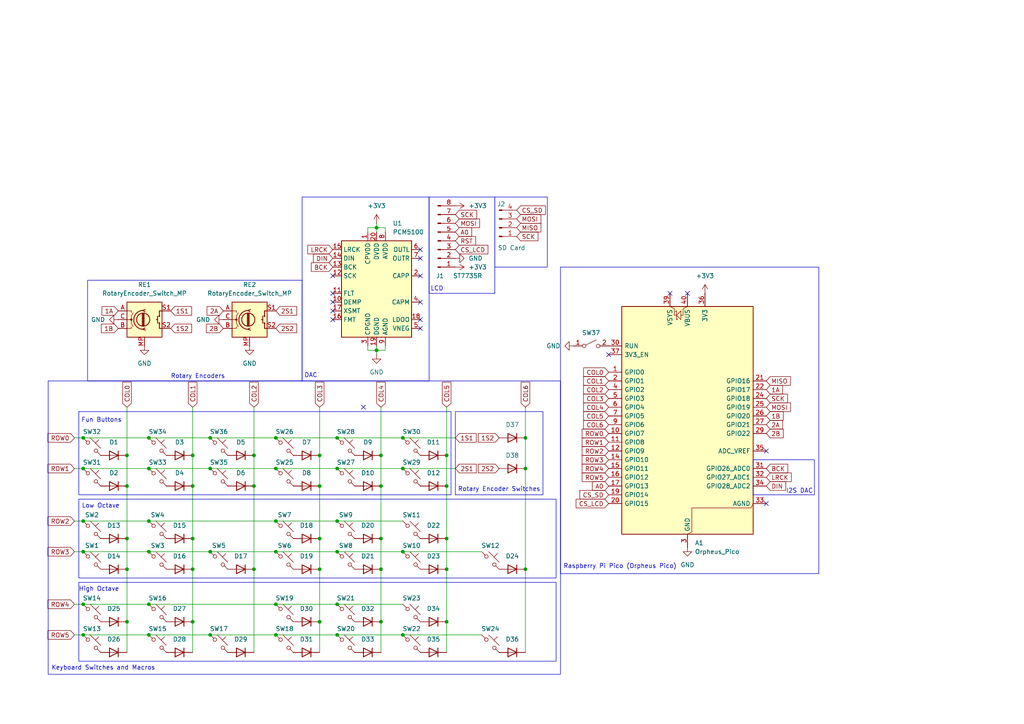
<source format=kicad_sch>
(kicad_sch (version 20250114) (generator "eeschema") (generator_version "9.0")
  (paper "A4")
  (rectangle (start 22.86 119.38) (end 130.81 143.51))
  (rectangle (start 132.08 119.38) (end 157.48 143.51))
  (rectangle (start 218.44 133.35) (end 236.22 143.51))
  (rectangle (start 143.51 57.15) (end 158.75 77.47))
  (rectangle (start 87.63 57.15) (end 124.46 110.49))
  (rectangle (start 124.46 57.15) (end 143.51 85.09))
  (rectangle (start 13.97 110.49) (end 162.56 195.58))
  (rectangle (start 22.86 144.78) (end 161.29 167.64))
  (rectangle (start 22.86 168.91) (end 161.29 191.77))
  (rectangle (start 162.56 77.47) (end 237.49 166.37))
  (rectangle (start 25.4 81.28) (end 87.63 110.49))
  (text "DAC" (at 90.17 108.966 0) (effects (font (size 1.27 1.27))))
  (text "Rotary Encoders" (at 57.404 109.22 0) (effects (font (size 1.27 1.27))))
  (text "Low Octave" (at 29.21 146.812 0) (effects (font (size 1.27 1.27))))
  (text "High Octave" (at 28.702 170.942 0) (effects (font (size 1.27 1.27))))
  (text "Rotary Encoder Switches" (at 144.78 141.986 0) (effects (font (size 1.27 1.27))))
  (text "I2S DAC" (at 231.902 142.494 0) (effects (font (size 1.27 1.27))))
  (text "LCD" (at 126.746 83.82 0) (effects (font (size 1.27 1.27))))
  (text "Raspberry Pi Pico (Orpheus Pico)" (at 179.832 164.338 0) (effects (font (size 1.27 1.27))))
  (text "Fun Buttons" (at 29.464 121.92 0) (effects (font (size 1.27 1.27))))
  (text "Keyboard Switches and Macros" (at 29.972 193.802 0) (effects (font (size 1.27 1.27))))
  (junction (at 55.88 156.21))
  (junction (at 80.01 151.13))
  (junction (at 43.18 160.02))
  (junction (at 43.18 184.15))
  (junction (at 43.18 135.89))
  (junction (at 129.54 165.1))
  (junction (at 55.88 132.08))
  (junction (at 80.01 160.02))
  (junction (at 110.49 165.1))
  (junction (at 73.66 132.08))
  (junction (at 110.49 132.08))
  (junction (at 73.66 165.1))
  (junction (at 116.84 127))
  (junction (at 55.88 165.1))
  (junction (at 97.79 135.89))
  (junction (at 36.83 156.21))
  (junction (at 36.83 165.1))
  (junction (at 152.4 127))
  (junction (at 110.49 180.34))
  (junction (at 60.96 184.15))
  (junction (at 129.54 180.34))
  (junction (at 80.01 135.89))
  (junction (at 24.13 127))
  (junction (at 80.01 127))
  (junction (at 109.22 101.6))
  (junction (at 92.71 180.34))
  (junction (at 43.18 127))
  (junction (at 152.4 165.1))
  (junction (at 92.71 140.97))
  (junction (at 43.18 151.13))
  (junction (at 152.4 135.89))
  (junction (at 92.71 132.08))
  (junction (at 129.54 140.97))
  (junction (at 97.79 160.02))
  (junction (at 43.18 175.26))
  (junction (at 36.83 180.34))
  (junction (at 24.13 135.89))
  (junction (at 60.96 127))
  (junction (at 110.49 156.21))
  (junction (at 116.84 135.89))
  (junction (at 24.13 151.13))
  (junction (at 129.54 132.08))
  (junction (at 80.01 184.15))
  (junction (at 97.79 184.15))
  (junction (at 116.84 184.15))
  (junction (at 97.79 175.26))
  (junction (at 24.13 184.15))
  (junction (at 110.49 140.97))
  (junction (at 55.88 180.34))
  (junction (at 73.66 140.97))
  (junction (at 129.54 156.21))
  (junction (at 80.01 175.26))
  (junction (at 55.88 140.97))
  (junction (at 36.83 140.97))
  (junction (at 60.96 135.89))
  (junction (at 92.71 156.21))
  (junction (at 92.71 165.1))
  (junction (at 24.13 175.26))
  (junction (at 60.96 160.02))
  (junction (at 109.22 66.04))
  (junction (at 36.83 132.08))
  (junction (at 97.79 151.13))
  (junction (at 24.13 160.02))
  (junction (at 116.84 160.02))
  (junction (at 97.79 127))
  (no_connect (at 96.52 80.01))
  (no_connect (at 96.52 85.09))
  (no_connect (at 121.92 72.39))
  (no_connect (at 96.52 87.63))
  (no_connect (at 121.92 95.25))
  (no_connect (at 105.41 118.11))
  (no_connect (at 176.53 102.87))
  (no_connect (at 121.92 74.93))
  (no_connect (at 194.31 85.09))
  (no_connect (at 121.92 80.01))
  (no_connect (at 96.52 90.17))
  (no_connect (at 121.92 87.63))
  (no_connect (at 222.25 146.05))
  (no_connect (at 199.39 85.09))
  (no_connect (at 121.92 92.71))
  (no_connect (at 222.25 130.81))
  (no_connect (at 96.52 92.71))
  (wire (pts (xy 80.01 175.26) (xy 97.79 175.26)))
  (wire (pts (xy 109.22 101.6) (xy 111.76 101.6)))
  (wire (pts (xy 21.59 135.89) (xy 24.13 135.89)))
  (wire (pts (xy 80.01 160.02) (xy 97.79 160.02)))
  (wire (pts (xy 55.88 156.21) (xy 55.88 165.1)))
  (wire (pts (xy 106.68 101.6) (xy 109.22 101.6)))
  (wire (pts (xy 80.01 184.15) (xy 97.79 184.15)))
  (wire (pts (xy 129.54 180.34) (xy 129.54 189.23)))
  (wire (pts (xy 21.59 151.13) (xy 24.13 151.13)))
  (wire (pts (xy 73.66 165.1) (xy 73.66 189.23)))
  (wire (pts (xy 152.4 165.1) (xy 152.4 189.23)))
  (wire (pts (xy 55.88 165.1) (xy 55.88 180.34)))
  (wire (pts (xy 110.49 140.97) (xy 110.49 156.21)))
  (wire (pts (xy 92.71 118.11) (xy 92.71 132.08)))
  (wire (pts (xy 92.71 180.34) (xy 92.71 189.23)))
  (wire (pts (xy 111.76 100.33) (xy 111.76 101.6)))
  (wire (pts (xy 106.68 100.33) (xy 106.68 101.6)))
  (wire (pts (xy 152.4 135.89) (xy 152.4 165.1)))
  (wire (pts (xy 36.83 132.08) (xy 36.83 140.97)))
  (wire (pts (xy 129.54 118.11) (xy 129.54 132.08)))
  (wire (pts (xy 116.84 184.15) (xy 139.7 184.15)))
  (wire (pts (xy 97.79 135.89) (xy 116.84 135.89)))
  (wire (pts (xy 60.96 135.89) (xy 80.01 135.89)))
  (wire (pts (xy 55.88 140.97) (xy 55.88 156.21)))
  (wire (pts (xy 36.83 140.97) (xy 36.83 156.21)))
  (wire (pts (xy 97.79 151.13) (xy 116.84 151.13)))
  (wire (pts (xy 24.13 184.15) (xy 43.18 184.15)))
  (wire (pts (xy 21.59 160.02) (xy 24.13 160.02)))
  (wire (pts (xy 43.18 151.13) (xy 80.01 151.13)))
  (wire (pts (xy 36.83 165.1) (xy 36.83 180.34)))
  (wire (pts (xy 24.13 135.89) (xy 43.18 135.89)))
  (wire (pts (xy 129.54 156.21) (xy 129.54 165.1)))
  (wire (pts (xy 116.84 160.02) (xy 139.7 160.02)))
  (wire (pts (xy 110.49 165.1) (xy 110.49 180.34)))
  (wire (pts (xy 111.76 66.04) (xy 111.76 67.31)))
  (wire (pts (xy 24.13 175.26) (xy 43.18 175.26)))
  (wire (pts (xy 60.96 127) (xy 80.01 127)))
  (wire (pts (xy 109.22 64.77) (xy 109.22 66.04)))
  (wire (pts (xy 97.79 175.26) (xy 116.84 175.26)))
  (wire (pts (xy 21.59 127) (xy 24.13 127)))
  (wire (pts (xy 73.66 132.08) (xy 73.66 140.97)))
  (wire (pts (xy 92.71 140.97) (xy 92.71 156.21)))
  (wire (pts (xy 129.54 165.1) (xy 129.54 180.34)))
  (wire (pts (xy 43.18 175.26) (xy 80.01 175.26)))
  (wire (pts (xy 73.66 118.11) (xy 73.66 132.08)))
  (wire (pts (xy 109.22 66.04) (xy 109.22 67.31)))
  (wire (pts (xy 106.68 66.04) (xy 106.68 67.31)))
  (wire (pts (xy 97.79 160.02) (xy 116.84 160.02)))
  (wire (pts (xy 129.54 132.08) (xy 129.54 140.97)))
  (wire (pts (xy 110.49 180.34) (xy 110.49 189.23)))
  (wire (pts (xy 60.96 160.02) (xy 80.01 160.02)))
  (wire (pts (xy 129.54 140.97) (xy 129.54 156.21)))
  (wire (pts (xy 43.18 135.89) (xy 60.96 135.89)))
  (wire (pts (xy 24.13 151.13) (xy 43.18 151.13)))
  (wire (pts (xy 80.01 135.89) (xy 97.79 135.89)))
  (wire (pts (xy 73.66 140.97) (xy 73.66 165.1)))
  (wire (pts (xy 110.49 132.08) (xy 110.49 140.97)))
  (wire (pts (xy 110.49 118.11) (xy 110.49 132.08)))
  (wire (pts (xy 80.01 127) (xy 97.79 127)))
  (wire (pts (xy 109.22 101.6) (xy 109.22 102.87)))
  (wire (pts (xy 43.18 184.15) (xy 60.96 184.15)))
  (wire (pts (xy 55.88 118.11) (xy 55.88 132.08)))
  (wire (pts (xy 21.59 184.15) (xy 24.13 184.15)))
  (wire (pts (xy 43.18 160.02) (xy 60.96 160.02)))
  (wire (pts (xy 97.79 127) (xy 116.84 127)))
  (wire (pts (xy 60.96 184.15) (xy 80.01 184.15)))
  (wire (pts (xy 21.59 175.26) (xy 24.13 175.26)))
  (wire (pts (xy 110.49 156.21) (xy 110.49 165.1)))
  (wire (pts (xy 55.88 180.34) (xy 55.88 189.23)))
  (wire (pts (xy 43.18 127) (xy 60.96 127)))
  (wire (pts (xy 152.4 118.11) (xy 152.4 127)))
  (wire (pts (xy 109.22 100.33) (xy 109.22 101.6)))
  (wire (pts (xy 24.13 127) (xy 43.18 127)))
  (wire (pts (xy 92.71 165.1) (xy 92.71 180.34)))
  (wire (pts (xy 36.83 118.11) (xy 36.83 132.08)))
  (wire (pts (xy 116.84 135.89) (xy 132.08 135.89)))
  (wire (pts (xy 152.4 127) (xy 152.4 135.89)))
  (wire (pts (xy 109.22 66.04) (xy 111.76 66.04)))
  (wire (pts (xy 97.79 184.15) (xy 116.84 184.15)))
  (wire (pts (xy 55.88 132.08) (xy 55.88 140.97)))
  (wire (pts (xy 80.01 151.13) (xy 97.79 151.13)))
  (wire (pts (xy 24.13 160.02) (xy 43.18 160.02)))
  (wire (pts (xy 92.71 132.08) (xy 92.71 140.97)))
  (wire (pts (xy 106.68 66.04) (xy 109.22 66.04)))
  (wire (pts (xy 36.83 156.21) (xy 36.83 165.1)))
  (wire (pts (xy 116.84 127) (xy 132.08 127)))
  (wire (pts (xy 92.71 156.21) (xy 92.71 165.1)))
  (wire (pts (xy 36.83 180.34) (xy 36.83 189.23)))
  (global_label "CS_LCD" (shape input) (at 132.08 72.39 0) (property "Intersheetrefs" "${INTERSHEET_REFS}" (effects (hide yes))))
  (global_label "ROW0" (shape input) (at 176.53 125.73 180) (property "Intersheetrefs" "${INTERSHEET_REFS}" (effects (hide yes))))
  (global_label "COL0" (shape input) (at 36.83 118.11 90) (property "Intersheetrefs" "${INTERSHEET_REFS}" (effects (hide yes))))
  (global_label "COL4" (shape input) (at 176.53 118.11 180) (property "Intersheetrefs" "${INTERSHEET_REFS}" (effects (hide yes))))
  (global_label "A0" (shape input) (at 132.08 67.31 0) (property "Intersheetrefs" "${INTERSHEET_REFS}" (effects (hide yes))))
  (global_label "COL1" (shape input) (at 176.53 110.49 180) (property "Intersheetrefs" "${INTERSHEET_REFS}" (effects (hide yes))))
  (global_label "2A" (shape input) (at 222.25 123.19 0) (property "Intersheetrefs" "${INTERSHEET_REFS}" (effects (hide yes))))
  (global_label "CS_SD" (shape input) (at 149.86 60.96 0) (property "Intersheetrefs" "${INTERSHEET_REFS}" (effects (hide yes))))
  (global_label "1B" (shape input) (at 34.29 95.25 180) (property "Intersheetrefs" "${INTERSHEET_REFS}" (effects (hide yes))))
  (global_label "2S2" (shape input) (at 144.78 135.89 180) (property "Intersheetrefs" "${INTERSHEET_REFS}" (effects (hide yes))))
  (global_label "SCK" (shape input) (at 149.86 68.58 0) (property "Intersheetrefs" "${INTERSHEET_REFS}" (effects (hide yes))))
  (global_label "SCK" (shape input) (at 132.08 62.23 0) (property "Intersheetrefs" "${INTERSHEET_REFS}" (effects (hide yes))))
  (global_label "2S1" (shape input) (at 132.08 135.89 0) (property "Intersheetrefs" "${INTERSHEET_REFS}" (effects (hide yes))))
  (global_label "LRCK" (shape input) (at 222.25 138.43 0) (property "Intersheetrefs" "${INTERSHEET_REFS}" (effects (hide yes))))
  (global_label "RST" (shape input) (at 132.08 69.85 0) (property "Intersheetrefs" "${INTERSHEET_REFS}" (effects (hide yes))))
  (global_label "ROW5" (shape input) (at 176.53 138.43 180) (property "Intersheetrefs" "${INTERSHEET_REFS}" (effects (hide yes))))
  (global_label "BCK" (shape input) (at 222.25 135.89 0) (property "Intersheetrefs" "${INTERSHEET_REFS}" (effects (hide yes))))
  (global_label "1S1" (shape input) (at 49.53 90.17 0) (property "Intersheetrefs" "${INTERSHEET_REFS}" (effects (hide yes))))
  (global_label "1S2" (shape input) (at 144.78 127 180) (property "Intersheetrefs" "${INTERSHEET_REFS}" (effects (hide yes))))
  (global_label "LRCK" (shape input) (at 96.52 72.39 180) (property "Intersheetrefs" "${INTERSHEET_REFS}" (effects (hide yes))))
  (global_label "2S2" (shape input) (at 80.01 95.25 0) (property "Intersheetrefs" "${INTERSHEET_REFS}" (effects (hide yes))))
  (global_label "ROW3" (shape input) (at 176.53 133.35 180) (property "Intersheetrefs" "${INTERSHEET_REFS}" (effects (hide yes))))
  (global_label "DIN" (shape input) (at 96.52 74.93 180) (property "Intersheetrefs" "${INTERSHEET_REFS}" (effects (hide yes))))
  (global_label "2B" (shape input) (at 222.25 125.73 0) (property "Intersheetrefs" "${INTERSHEET_REFS}" (effects (hide yes))))
  (global_label "COL6" (shape input) (at 176.53 123.19 180) (property "Intersheetrefs" "${INTERSHEET_REFS}" (effects (hide yes))))
  (global_label "ROW5" (shape input) (at 21.59 184.15 180) (property "Intersheetrefs" "${INTERSHEET_REFS}" (effects (hide yes))))
  (global_label "MOSI" (shape input) (at 132.08 64.77 0) (property "Intersheetrefs" "${INTERSHEET_REFS}" (effects (hide yes))))
  (global_label "COL4" (shape input) (at 110.49 118.11 90) (property "Intersheetrefs" "${INTERSHEET_REFS}" (effects (hide yes))))
  (global_label "MOSI" (shape input) (at 149.86 63.5 0) (property "Intersheetrefs" "${INTERSHEET_REFS}" (effects (hide yes))))
  (global_label "MOSI" (shape input) (at 222.25 118.11 0) (property "Intersheetrefs" "${INTERSHEET_REFS}" (effects (hide yes))))
  (global_label "A0" (shape input) (at 176.53 140.97 180) (property "Intersheetrefs" "${INTERSHEET_REFS}" (effects (hide yes))))
  (global_label "2B" (shape input) (at 64.77 95.25 180) (property "Intersheetrefs" "${INTERSHEET_REFS}" (effects (hide yes))))
  (global_label "BCK" (shape input) (at 96.52 77.47 180) (property "Intersheetrefs" "${INTERSHEET_REFS}" (effects (hide yes))))
  (global_label "DIN" (shape input) (at 222.25 140.97 0) (property "Intersheetrefs" "${INTERSHEET_REFS}" (effects (hide yes))))
  (global_label "MISO" (shape input) (at 149.86 66.04 0) (property "Intersheetrefs" "${INTERSHEET_REFS}" (effects (hide yes))))
  (global_label "1B" (shape input) (at 222.25 120.65 0) (property "Intersheetrefs" "${INTERSHEET_REFS}" (effects (hide yes))))
  (global_label "2A" (shape input) (at 64.77 90.17 180) (property "Intersheetrefs" "${INTERSHEET_REFS}" (effects (hide yes))))
  (global_label "1A" (shape input) (at 222.25 113.03 0) (property "Intersheetrefs" "${INTERSHEET_REFS}" (effects (hide yes))))
  (global_label "ROW2" (shape input) (at 21.59 151.13 180) (property "Intersheetrefs" "${INTERSHEET_REFS}" (effects (hide yes))))
  (global_label "1S1" (shape input) (at 132.08 127 0) (property "Intersheetrefs" "${INTERSHEET_REFS}" (effects (hide yes))))
  (global_label "MISO" (shape input) (at 222.25 110.49 0) (property "Intersheetrefs" "${INTERSHEET_REFS}" (effects (hide yes))))
  (global_label "1A" (shape input) (at 34.29 90.17 180) (property "Intersheetrefs" "${INTERSHEET_REFS}" (effects (hide yes))))
  (global_label "1S2" (shape input) (at 49.53 95.25 0) (property "Intersheetrefs" "${INTERSHEET_REFS}" (effects (hide yes))))
  (global_label "COL5" (shape input) (at 129.54 118.11 90) (property "Intersheetrefs" "${INTERSHEET_REFS}" (effects (hide yes))))
  (global_label "CS_SD" (shape input) (at 176.53 143.51 180) (property "Intersheetrefs" "${INTERSHEET_REFS}" (effects (hide yes))))
  (global_label "ROW1" (shape input) (at 176.53 128.27 180) (property "Intersheetrefs" "${INTERSHEET_REFS}" (effects (hide yes))))
  (global_label "COL3" (shape input) (at 92.71 118.11 90) (property "Intersheetrefs" "${INTERSHEET_REFS}" (effects (hide yes))))
  (global_label "COL5" (shape input) (at 176.53 120.65 180) (property "Intersheetrefs" "${INTERSHEET_REFS}" (effects (hide yes))))
  (global_label "SCK" (shape input) (at 222.25 115.57 0) (property "Intersheetrefs" "${INTERSHEET_REFS}" (effects (hide yes))))
  (global_label "ROW3" (shape input) (at 21.59 160.02 180) (property "Intersheetrefs" "${INTERSHEET_REFS}" (effects (hide yes))))
  (global_label "ROW4" (shape input) (at 176.53 135.89 180) (property "Intersheetrefs" "${INTERSHEET_REFS}" (effects (hide yes))))
  (global_label "ROW0" (shape input) (at 21.59 127 180) (property "Intersheetrefs" "${INTERSHEET_REFS}" (effects (hide yes))))
  (global_label "CS_LCD" (shape input) (at 176.53 146.05 180) (property "Intersheetrefs" "${INTERSHEET_REFS}" (effects (hide yes))))
  (global_label "ROW2" (shape input) (at 176.53 130.81 180) (property "Intersheetrefs" "${INTERSHEET_REFS}" (effects (hide yes))))
  (global_label "ROW1" (shape input) (at 21.59 135.89 180) (property "Intersheetrefs" "${INTERSHEET_REFS}" (effects (hide yes))))
  (global_label "COL2" (shape input) (at 176.53 113.03 180) (property "Intersheetrefs" "${INTERSHEET_REFS}" (effects (hide yes))))
  (global_label "COL2" (shape input) (at 73.66 118.11 90) (property "Intersheetrefs" "${INTERSHEET_REFS}" (effects (hide yes))))
  (global_label "2S1" (shape input) (at 80.01 90.17 0) (property "Intersheetrefs" "${INTERSHEET_REFS}" (effects (hide yes))))
  (global_label "COL6" (shape input) (at 152.4 118.11 90) (property "Intersheetrefs" "${INTERSHEET_REFS}" (effects (hide yes))))
  (global_label "COL3" (shape input) (at 176.53 115.57 180) (property "Intersheetrefs" "${INTERSHEET_REFS}" (effects (hide yes))))
  (global_label "COL0" (shape input) (at 176.53 107.95 180) (property "Intersheetrefs" "${INTERSHEET_REFS}" (effects (hide yes))))
  (global_label "COL1" (shape input) (at 55.88 118.11 90) (property "Intersheetrefs" "${INTERSHEET_REFS}" (effects (hide yes))))
  (global_label "ROW4" (shape input) (at 21.59 175.26 180) (property "Intersheetrefs" "${INTERSHEET_REFS}" (effects (hide yes))))
  (symbol (lib_id "power:GND") (at 64.77 92.71 270) (unit 1)
    (property "Reference" "#PWR03" (effects (hide yes)))
    (property "Value" "GND" (at 60.96 92.7099 90) (effects (justify right)))
    (property "Description" "Power symbol creates a global label with name \"GND\" , ground" (effects (hide yes)))
  )
  (symbol (lib_id "power:GND") (at 166.37 100.33 270) (unit 1)
    (property "Reference" "#PWR010" (effects (hide yes)))
    (property "Value" "GND" (at 162.56 100.3299 90) (effects (justify right)))
    (property "Description" "Power symbol creates a global label with name \"GND\" , ground" (effects (hide yes)))
  )
  (symbol (lib_id "Switch:SW_Push_45deg") (at 119.38 177.8 0) (unit 1)
    (property "Reference" "SW23" (at 119.38 173.482 0))
    (property "Value" "SW_Push_45deg" (effects (hide yes)))
    (property "Footprint" "ScottoKeebs_MX:MX_PCB_1.00u" (effects (hide yes)))
    (property "Description" "Push button switch, normally open, two pins, 45° tilted" (effects (hide yes)))
  )
  (symbol (lib_id "power:GND") (at 109.22 102.87 0) (unit 1)
    (property "Reference" "#PWR012" (effects (hide yes)))
    (property "Value" "GND" (at 109.22 107.95 0))
    (property "Description" "Power symbol creates a global label with name \"GND\" , ground" (effects (hide yes)))
  )
  (symbol (lib_id "Switch:SW_Push_45deg") (at 100.33 129.54 0) (unit 1)
    (property "Reference" "SW28" (at 100.33 125.222 0))
    (property "Value" "SW_Push_45deg" (effects (hide yes)))
    (property "Footprint" "ScottoKeebs_MX:MX_PCB_1.00u" (effects (hide yes)))
    (property "Description" "Push button switch, normally open, two pins, 45° tilted" (effects (hide yes)))
  )
  (symbol (lib_id "Switch:SW_Push_45deg") (at 100.33 153.67 0) (unit 1)
    (property "Reference" "SW9" (at 100.33 149.352 0))
    (property "Value" "SW_Push_45deg" (effects (hide yes)))
    (property "Footprint" "ScottoKeebs_MX:MX_PCB_1.00u" (effects (hide yes)))
    (property "Description" "Push button switch, normally open, two pins, 45° tilted" (effects (hide yes)))
  )
  (symbol (lib_id "Switch:SW_Push_45deg") (at 82.55 153.67 0) (unit 1)
    (property "Reference" "SW7" (at 82.55 149.352 0))
    (property "Value" "SW_Push_45deg" (effects (hide yes)))
    (property "Footprint" "ScottoKeebs_MX:MX_PCB_1.00u" (effects (hide yes)))
    (property "Description" "Push button switch, normally open, two pins, 45° tilted" (effects (hide yes)))
  )
  (symbol (lib_id "Switch:SW_Push_45deg") (at 100.33 186.69 0) (unit 1)
    (property "Reference" "SW20" (at 100.33 182.372 0))
    (property "Value" "SW_Push_45deg" (effects (hide yes)))
    (property "Footprint" "ScottoKeebs_MX:MX_PCB_1.00u" (effects (hide yes)))
    (property "Description" "Push button switch, normally open, two pins, 45° tilted" (effects (hide yes)))
  )
  (symbol (lib_id "Diode:1N4148") (at 33.02 189.23 180) (unit 1)
    (property "Reference" "D26" (at 33.02 185.42 0))
    (property "Value" "1N4148" (effects (hide yes)))
    (property "Footprint" "Diode_THT:D_DO-35_SOD27_P7.62mm_Horizontal" (effects (hide yes)))
    (property "Datasheet" "https://assets.nexperia.com/documents/data-sheet/1N4148_1N4448.pdf" (effects (hide yes)))
    (property "Description" "100V 0.15A standard switching diode, DO-35" (effects (hide yes)))
    (property "Sim.Device" "D" (effects (hide yes)))
    (property "Sim.Pins" "1=K 2=A" (effects (hide yes)))
  )
  (symbol (lib_id "Switch:SW_Push_45deg") (at 26.67 162.56 0) (unit 1)
    (property "Reference" "SW1" (at 26.67 158.242 0))
    (property "Value" "SW_Push_45deg" (effects (hide yes)))
    (property "Footprint" "ScottoKeebs_MX:MX_PCB_1.00u" (effects (hide yes)))
    (property "Description" "Push button switch, normally open, two pins, 45° tilted" (effects (hide yes)))
  )
  (symbol (lib_id "power:+3V3") (at 204.47 85.09 0) (unit 1)
    (property "Reference" "#PWR011" (effects (hide yes)))
    (property "Value" "+3V3" (at 204.47 80.01 0))
    (property "Description" "Power symbol creates a global label with name \"+3V3\"" (effects (hide yes)))
  )
  (symbol (lib_id "MCU_Module:RaspberryPi_Pico") (at 199.39 123.19 0) (unit 1)
    (property "Reference" "A1" (at 201.5333 157.48 0) (effects (justify left)))
    (property "Value" "Orpheus_Pico" (at 201.5333 160.02 0) (effects (justify left)))
    (property "Footprint" "Module:RaspberryPi_Pico_Common_Unspecified" (effects (hide yes)))
    (property "Datasheet" "https://datasheets.raspberrypi.com/pico/pico-datasheet.pdf" (effects (hide yes)))
    (property "Description" "Versatile and inexpensive microcontroller module powered by RP2040 dual-core Arm Cortex-M0+ processor up to 133 MHz, 264kB SRAM, 2MB QSPI flash; also supports Raspberry Pi Pico 2" (effects (hide yes)))
  )
  (symbol (lib_id "Switch:SW_Push_45deg") (at 82.55 177.8 0) (unit 1)
    (property "Reference" "SW19" (at 82.55 173.482 0))
    (property "Value" "SW_Push_45deg" (effects (hide yes)))
    (property "Footprint" "ScottoKeebs_MX:MX_PCB_1.00u" (effects (hide yes)))
    (property "Description" "Push button switch, normally open, two pins, 45° tilted" (effects (hide yes)))
  )
  (symbol (lib_id "Device:RotaryEncoder_Switch_MP") (at 41.91 92.71 0) (unit 1)
    (property "Reference" "RE1" (at 41.91 82.55 0))
    (property "Value" "RotaryEncoder_Switch_MP" (at 41.91 85.09 0))
    (property "Footprint" "Rotary_Encoder:RotaryEncoder_Alps_EC11E-Switch_Vertical_H20mm_MountingHoles" (effects (hide yes)))
    (property "Description" "Rotary encoder, dual channel, incremental quadrate outputs, with switch and MP Pin" (effects (hide yes)))
  )
  (symbol (lib_id "Switch:SW_Push_45deg") (at 26.67 177.8 0) (unit 1)
    (property "Reference" "SW14" (at 26.67 173.482 0))
    (property "Value" "SW_Push_45deg" (effects (hide yes)))
    (property "Footprint" "ScottoKeebs_MX:MX_PCB_1.00u" (effects (hide yes)))
    (property "Description" "Push button switch, normally open, two pins, 45° tilted" (effects (hide yes)))
  )
  (symbol (lib_id "Switch:SW_Push_45deg") (at 63.5 162.56 0) (unit 1)
    (property "Reference" "SW5" (at 63.5 158.242 0))
    (property "Value" "SW_Push_45deg" (effects (hide yes)))
    (property "Footprint" "ScottoKeebs_MX:MX_PCB_1.00u" (effects (hide yes)))
    (property "Description" "Push button switch, normally open, two pins, 45° tilted" (effects (hide yes)))
  )
  (symbol (lib_id "Switch:SW_Push_45deg") (at 119.38 138.43 0) (unit 1)
    (property "Reference" "SW29" (at 119.38 134.112 0))
    (property "Value" "SW_Push_45deg" (effects (hide yes)))
    (property "Footprint" "ScottoKeebs_MX:MX_PCB_1.00u" (effects (hide yes)))
    (property "Description" "Push button switch, normally open, two pins, 45° tilted" (effects (hide yes)))
  )
  (symbol (lib_id "Diode:1N4148") (at 52.07 165.1 180) (unit 1)
    (property "Reference" "D16" (at 52.07 161.29 0))
    (property "Value" "1N4148" (effects (hide yes)))
    (property "Footprint" "Diode_THT:D_DO-35_SOD27_P7.62mm_Horizontal" (effects (hide yes)))
    (property "Datasheet" "https://assets.nexperia.com/documents/data-sheet/1N4148_1N4448.pdf" (effects (hide yes)))
    (property "Description" "100V 0.15A standard switching diode, DO-35" (effects (hide yes)))
    (property "Sim.Device" "D" (effects (hide yes)))
    (property "Sim.Pins" "1=K 2=A" (effects (hide yes)))
  )
  (symbol (lib_id "power:GND") (at 34.29 92.71 270) (unit 1)
    (property "Reference" "#PWR04" (effects (hide yes)))
    (property "Value" "GND" (at 30.48 92.7099 90) (effects (justify right)))
    (property "Description" "Power symbol creates a global label with name \"GND\" , ground" (effects (hide yes)))
  )
  (symbol (lib_id "power:GND") (at 199.39 158.75 0) (unit 1)
    (property "Reference" "#PWR01" (effects (hide yes)))
    (property "Value" "GND" (at 199.39 163.83 0))
    (property "Description" "Power symbol creates a global label with name \"GND\" , ground" (effects (hide yes)))
  )
  (symbol (lib_id "power:GND") (at 132.08 74.93 90) (unit 1)
    (property "Reference" "#PWR08" (effects (hide yes)))
    (property "Value" "GND" (at 135.89 74.9299 90) (effects (justify right)))
    (property "Description" "Power symbol creates a global label with name \"GND\" , ground" (effects (hide yes)))
  )
  (symbol (lib_id "Diode:1N4148") (at 69.85 140.97 180) (unit 1)
    (property "Reference" "D6" (at 69.85 137.16 0))
    (property "Value" "1N4148" (effects (hide yes)))
    (property "Footprint" "Diode_THT:D_DO-35_SOD27_P7.62mm_Horizontal" (effects (hide yes)))
    (property "Datasheet" "https://assets.nexperia.com/documents/data-sheet/1N4148_1N4448.pdf" (effects (hide yes)))
    (property "Description" "100V 0.15A standard switching diode, DO-35" (effects (hide yes)))
    (property "Sim.Device" "D" (effects (hide yes)))
    (property "Sim.Pins" "1=K 2=A" (effects (hide yes)))
  )
  (symbol (lib_id "Diode:1N4148") (at 106.68 140.97 180) (unit 1)
    (property "Reference" "D10" (at 106.68 137.16 0))
    (property "Value" "1N4148" (effects (hide yes)))
    (property "Footprint" "Diode_THT:D_DO-35_SOD27_P7.62mm_Horizontal" (effects (hide yes)))
    (property "Datasheet" "https://assets.nexperia.com/documents/data-sheet/1N4148_1N4448.pdf" (effects (hide yes)))
    (property "Description" "100V 0.15A standard switching diode, DO-35" (effects (hide yes)))
    (property "Sim.Device" "D" (effects (hide yes)))
    (property "Sim.Pins" "1=K 2=A" (effects (hide yes)))
  )
  (symbol (lib_id "Switch:SW_SPST") (at 171.45 100.33 0) (unit 1)
    (property "Reference" "SW37" (at 171.45 96.52 0))
    (property "Value" "SW_SPST" (effects (hide yes)))
    (property "Footprint" "Connector_PinHeader_2.54mm:PinHeader_1x02_P2.54mm_Vertical" (effects (hide yes)))
    (property "Description" "Single Pole Single Throw (SPST) switch" (effects (hide yes)))
  )
  (symbol (lib_id "Switch:SW_Push_45deg") (at 26.67 129.54 0) (unit 1)
    (property "Reference" "SW32" (at 26.67 125.222 0))
    (property "Value" "SW_Push_45deg" (effects (hide yes)))
    (property "Footprint" "ScottoKeebs_MX:MX_PCB_1.00u" (effects (hide yes)))
    (property "Description" "Push button switch, normally open, two pins, 45° tilted" (effects (hide yes)))
  )
  (symbol (lib_id "Diode:1N4148") (at 125.73 180.34 180) (unit 1)
    (property "Reference" "D34" (at 125.73 176.53 0))
    (property "Value" "1N4148" (effects (hide yes)))
    (property "Footprint" "Diode_THT:D_DO-35_SOD27_P7.62mm_Horizontal" (effects (hide yes)))
    (property "Datasheet" "https://assets.nexperia.com/documents/data-sheet/1N4148_1N4448.pdf" (effects (hide yes)))
    (property "Description" "100V 0.15A standard switching diode, DO-35" (effects (hide yes)))
    (property "Sim.Device" "D" (effects (hide yes)))
    (property "Sim.Pins" "1=K 2=A" (effects (hide yes)))
  )
  (symbol (lib_id "Switch:SW_Push_45deg") (at 82.55 129.54 0) (unit 1)
    (property "Reference" "SW26" (at 82.55 125.222 0))
    (property "Value" "SW_Push_45deg" (effects (hide yes)))
    (property "Footprint" "ScottoKeebs_MX:MX_PCB_1.00u" (effects (hide yes)))
    (property "Description" "Push button switch, normally open, two pins, 45° tilted" (effects (hide yes)))
  )
  (symbol (lib_id "Diode:1N4148") (at 52.07 140.97 180) (unit 1)
    (property "Reference" "D4" (at 52.07 137.16 0))
    (property "Value" "1N4148" (effects (hide yes)))
    (property "Footprint" "Diode_THT:D_DO-35_SOD27_P7.62mm_Horizontal" (effects (hide yes)))
    (property "Datasheet" "https://assets.nexperia.com/documents/data-sheet/1N4148_1N4448.pdf" (effects (hide yes)))
    (property "Description" "100V 0.15A standard switching diode, DO-35" (effects (hide yes)))
    (property "Sim.Device" "D" (effects (hide yes)))
    (property "Sim.Pins" "1=K 2=A" (effects (hide yes)))
  )
  (symbol (lib_id "Diode:1N4148") (at 33.02 180.34 180) (unit 1)
    (property "Reference" "D25" (at 33.02 176.53 0))
    (property "Value" "1N4148" (effects (hide yes)))
    (property "Footprint" "Diode_THT:D_DO-35_SOD27_P7.62mm_Horizontal" (effects (hide yes)))
    (property "Datasheet" "https://assets.nexperia.com/documents/data-sheet/1N4148_1N4448.pdf" (effects (hide yes)))
    (property "Description" "100V 0.15A standard switching diode, DO-35" (effects (hide yes)))
    (property "Sim.Device" "D" (effects (hide yes)))
    (property "Sim.Pins" "1=K 2=A" (effects (hide yes)))
  )
  (symbol (lib_id "Connector:Conn_01x04_Pin") (at 144.78 66.04 0) (mirror x) (unit 1) (in_bom no)
    (property "Reference" "J2" (at 146.558 59.182 0) (effects (justify right)))
    (property "Value" "SD Card" (at 152.4 71.882 0) (effects (justify right)))
    (property "Footprint" "Connector_PinHeader_2.54mm:PinHeader_1x04_P2.54mm_Vertical" (effects (hide yes)))
    (property "Description" "Generic connector, single row, 01x04, script generated" (effects (hide yes)))
  )
  (symbol (lib_id "Switch:SW_Push_45deg") (at 82.55 138.43 0) (unit 1)
    (property "Reference" "SW25" (at 82.55 134.112 0))
    (property "Value" "SW_Push_45deg" (effects (hide yes)))
    (property "Footprint" "ScottoKeebs_MX:MX_PCB_1.00u" (effects (hide yes)))
    (property "Description" "Push button switch, normally open, two pins, 45° tilted" (effects (hide yes)))
  )
  (symbol (lib_id "Diode:1N4148") (at 52.07 156.21 180) (unit 1)
    (property "Reference" "D15" (at 52.07 152.4 0))
    (property "Value" "1N4148" (effects (hide yes)))
    (property "Footprint" "Diode_THT:D_DO-35_SOD27_P7.62mm_Horizontal" (effects (hide yes)))
    (property "Datasheet" "https://assets.nexperia.com/documents/data-sheet/1N4148_1N4448.pdf" (effects (hide yes)))
    (property "Description" "100V 0.15A standard switching diode, DO-35" (effects (hide yes)))
    (property "Sim.Device" "D" (effects (hide yes)))
    (property "Sim.Pins" "1=K 2=A" (effects (hide yes)))
  )
  (symbol (lib_id "Diode:1N4148") (at 125.73 156.21 180) (unit 1)
    (property "Reference" "D22" (at 125.73 152.4 0))
    (property "Value" "1N4148" (effects (hide yes)))
    (property "Footprint" "Diode_THT:D_DO-35_SOD27_P7.62mm_Horizontal" (effects (hide yes)))
    (property "Datasheet" "https://assets.nexperia.com/documents/data-sheet/1N4148_1N4448.pdf" (effects (hide yes)))
    (property "Description" "100V 0.15A standard switching diode, DO-35" (effects (hide yes)))
    (property "Sim.Device" "D" (effects (hide yes)))
    (property "Sim.Pins" "1=K 2=A" (effects (hide yes)))
  )
  (symbol (lib_id "Diode:1N4148") (at 52.07 180.34 180) (unit 1)
    (property "Reference" "D27" (at 52.07 176.53 0))
    (property "Value" "1N4148" (effects (hide yes)))
    (property "Footprint" "Diode_THT:D_DO-35_SOD27_P7.62mm_Horizontal" (effects (hide yes)))
    (property "Datasheet" "https://assets.nexperia.com/documents/data-sheet/1N4148_1N4448.pdf" (effects (hide yes)))
    (property "Description" "100V 0.15A standard switching diode, DO-35" (effects (hide yes)))
    (property "Sim.Device" "D" (effects (hide yes)))
    (property "Sim.Pins" "1=K 2=A" (effects (hide yes)))
  )
  (symbol (lib_id "Switch:SW_Push_45deg") (at 119.38 162.56 0) (unit 1)
    (property "Reference" "SW10" (at 119.38 158.242 0))
    (property "Value" "SW_Push_45deg" (effects (hide yes)))
    (property "Footprint" "ScottoKeebs_MX:MX_PCB_1.00u" (effects (hide yes)))
    (property "Description" "Push button switch, normally open, two pins, 45° tilted" (effects (hide yes)))
  )
  (symbol (lib_id "Switch:SW_Push_45deg") (at 119.38 153.67 0) (unit 1)
    (property "Reference" "SW11" (at 119.38 149.352 0))
    (property "Value" "SW_Push_45deg" (effects (hide yes)))
    (property "Footprint" "ScottoKeebs_MX:MX_PCB_1.00u" (effects (hide yes)))
    (property "Description" "Push button switch, normally open, two pins, 45° tilted" (effects (hide yes)))
  )
  (symbol (lib_id "Switch:SW_Push_45deg") (at 119.38 129.54 0) (unit 1)
    (property "Reference" "SW30" (at 119.38 125.222 0))
    (property "Value" "SW_Push_45deg" (effects (hide yes)))
    (property "Footprint" "ScottoKeebs_MX:MX_PCB_1.00u" (effects (hide yes)))
    (property "Description" "Push button switch, normally open, two pins, 45° tilted" (effects (hide yes)))
  )
  (symbol (lib_id "Diode:1N4148") (at 33.02 140.97 180) (unit 1)
    (property "Reference" "D2" (at 33.02 137.16 0))
    (property "Value" "1N4148" (effects (hide yes)))
    (property "Footprint" "Diode_THT:D_DO-35_SOD27_P7.62mm_Horizontal" (effects (hide yes)))
    (property "Datasheet" "https://assets.nexperia.com/documents/data-sheet/1N4148_1N4448.pdf" (effects (hide yes)))
    (property "Description" "100V 0.15A standard switching diode, DO-35" (effects (hide yes)))
    (property "Sim.Device" "D" (effects (hide yes)))
    (property "Sim.Pins" "1=K 2=A" (effects (hide yes)))
  )
  (symbol (lib_id "Switch:SW_Push_45deg") (at 26.67 153.67 0) (unit 1)
    (property "Reference" "SW2" (at 26.67 149.352 0))
    (property "Value" "SW_Push_45deg" (effects (hide yes)))
    (property "Footprint" "ScottoKeebs_MX:MX_PCB_1.00u" (effects (hide yes)))
    (property "Description" "Push button switch, normally open, two pins, 45° tilted" (effects (hide yes)))
  )
  (symbol (lib_id "Diode:1N4148") (at 33.02 156.21 180) (unit 1)
    (property "Reference" "D13" (at 33.02 152.4 0))
    (property "Value" "1N4148" (effects (hide yes)))
    (property "Footprint" "Diode_THT:D_DO-35_SOD27_P7.62mm_Horizontal" (effects (hide yes)))
    (property "Datasheet" "https://assets.nexperia.com/documents/data-sheet/1N4148_1N4448.pdf" (effects (hide yes)))
    (property "Description" "100V 0.15A standard switching diode, DO-35" (effects (hide yes)))
    (property "Sim.Device" "D" (effects (hide yes)))
    (property "Sim.Pins" "1=K 2=A" (effects (hide yes)))
  )
  (symbol (lib_id "Diode:1N4148") (at 69.85 189.23 180) (unit 1)
    (property "Reference" "D29" (at 69.85 185.42 0))
    (property "Value" "1N4148" (effects (hide yes)))
    (property "Footprint" "Diode_THT:D_DO-35_SOD27_P7.62mm_Horizontal" (effects (hide yes)))
    (property "Datasheet" "https://assets.nexperia.com/documents/data-sheet/1N4148_1N4448.pdf" (effects (hide yes)))
    (property "Description" "100V 0.15A standard switching diode, DO-35" (effects (hide yes)))
    (property "Sim.Device" "D" (effects (hide yes)))
    (property "Sim.Pins" "1=K 2=A" (effects (hide yes)))
  )
  (symbol (lib_id "Diode:1N4148") (at 88.9 180.34 180) (unit 1)
    (property "Reference" "D30" (at 88.9 176.53 0))
    (property "Value" "1N4148" (effects (hide yes)))
    (property "Footprint" "Diode_THT:D_DO-35_SOD27_P7.62mm_Horizontal" (effects (hide yes)))
    (property "Datasheet" "https://assets.nexperia.com/documents/data-sheet/1N4148_1N4448.pdf" (effects (hide yes)))
    (property "Description" "100V 0.15A standard switching diode, DO-35" (effects (hide yes)))
    (property "Sim.Device" "D" (effects (hide yes)))
    (property "Sim.Pins" "1=K 2=A" (effects (hide yes)))
  )
  (symbol (lib_id "Diode:1N4148") (at 125.73 132.08 180) (unit 1)
    (property "Reference" "D11" (at 125.73 128.27 0))
    (property "Value" "1N4148" (effects (hide yes)))
    (property "Footprint" "Diode_THT:D_DO-35_SOD27_P7.62mm_Horizontal" (effects (hide yes)))
    (property "Datasheet" "https://assets.nexperia.com/documents/data-sheet/1N4148_1N4448.pdf" (effects (hide yes)))
    (property "Description" "100V 0.15A standard switching diode, DO-35" (effects (hide yes)))
    (property "Sim.Device" "D" (effects (hide yes)))
    (property "Sim.Pins" "1=K 2=A" (effects (hide yes)))
  )
  (symbol (lib_id "Diode:1N4148") (at 125.73 165.1 180) (unit 1)
    (property "Reference" "D23" (at 125.73 161.29 0))
    (property "Value" "1N4148" (effects (hide yes)))
    (property "Footprint" "Diode_THT:D_DO-35_SOD27_P7.62mm_Horizontal" (effects (hide yes)))
    (property "Datasheet" "https://assets.nexperia.com/documents/data-sheet/1N4148_1N4448.pdf" (effects (hide yes)))
    (property "Description" "100V 0.15A standard switching diode, DO-35" (effects (hide yes)))
    (property "Sim.Device" "D" (effects (hide yes)))
    (property "Sim.Pins" "1=K 2=A" (effects (hide yes)))
  )
  (symbol (lib_id "Switch:SW_Push_45deg") (at 45.72 153.67 0) (unit 1)
    (property "Reference" "SW4" (at 45.72 149.352 0))
    (property "Value" "SW_Push_45deg" (effects (hide yes)))
    (property "Footprint" "ScottoKeebs_MX:MX_PCB_1.00u" (effects (hide yes)))
    (property "Description" "Push button switch, normally open, two pins, 45° tilted" (effects (hide yes)))
  )
  (symbol (lib_id "Switch:SW_Push_45deg") (at 82.55 162.56 0) (unit 1)
    (property "Reference" "SW6" (at 82.55 158.242 0))
    (property "Value" "SW_Push_45deg" (effects (hide yes)))
    (property "Footprint" "ScottoKeebs_MX:MX_PCB_1.00u" (effects (hide yes)))
    (property "Description" "Push button switch, normally open, two pins, 45° tilted" (effects (hide yes)))
  )
  (symbol (lib_id "power:+3V3") (at 132.08 59.69 270) (mirror x) (unit 1)
    (property "Reference" "#PWR09" (effects (hide yes)))
    (property "Value" "+3V3" (at 135.89 59.6901 90) (effects (justify left)))
    (property "Description" "Power symbol creates a global label with name \"+3V3\"" (effects (hide yes)))
  )
  (symbol (lib_id "Device:RotaryEncoder_Switch_MP") (at 72.39 92.71 0) (unit 1)
    (property "Reference" "RE2" (at 72.39 82.55 0))
    (property "Value" "RotaryEncoder_Switch_MP" (at 72.39 85.09 0))
    (property "Footprint" "Rotary_Encoder:RotaryEncoder_Alps_EC11E-Switch_Vertical_H20mm_MountingHoles" (effects (hide yes)))
    (property "Description" "Rotary encoder, dual channel, incremental quadrate outputs, with switch and MP Pin" (effects (hide yes)))
  )
  (symbol (lib_id "Switch:SW_Push_45deg") (at 26.67 186.69 0) (unit 1)
    (property "Reference" "SW13" (at 26.67 182.372 0))
    (property "Value" "SW_Push_45deg" (effects (hide yes)))
    (property "Footprint" "ScottoKeebs_MX:MX_PCB_1.00u" (effects (hide yes)))
    (property "Description" "Push button switch, normally open, two pins, 45° tilted" (effects (hide yes)))
  )
  (symbol (lib_id "Switch:SW_Push_45deg") (at 45.72 186.69 0) (unit 1)
    (property "Reference" "SW15" (at 45.72 182.372 0))
    (property "Value" "SW_Push_45deg" (effects (hide yes)))
    (property "Footprint" "ScottoKeebs_MX:MX_PCB_1.00u" (effects (hide yes)))
    (property "Description" "Push button switch, normally open, two pins, 45° tilted" (effects (hide yes)))
  )
  (symbol (lib_id "Diode:1N4148") (at 33.02 132.08 180) (unit 1)
    (property "Reference" "D1" (at 33.02 128.27 0))
    (property "Value" "1N4148" (effects (hide yes)))
    (property "Footprint" "Diode_THT:D_DO-35_SOD27_P7.62mm_Horizontal" (effects (hide yes)))
    (property "Datasheet" "https://assets.nexperia.com/documents/data-sheet/1N4148_1N4448.pdf" (effects (hide yes)))
    (property "Description" "100V 0.15A standard switching diode, DO-35" (effects (hide yes)))
    (property "Sim.Device" "D" (effects (hide yes)))
    (property "Sim.Pins" "1=K 2=A" (effects (hide yes)))
  )
  (symbol (lib_id "Diode:1N4148") (at 88.9 132.08 180) (unit 1)
    (property "Reference" "D7" (at 88.9 128.27 0))
    (property "Value" "1N4148" (effects (hide yes)))
    (property "Footprint" "Diode_THT:D_DO-35_SOD27_P7.62mm_Horizontal" (effects (hide yes)))
    (property "Datasheet" "https://assets.nexperia.com/documents/data-sheet/1N4148_1N4448.pdf" (effects (hide yes)))
    (property "Description" "100V 0.15A standard switching diode, DO-35" (effects (hide yes)))
    (property "Sim.Device" "D" (effects (hide yes)))
    (property "Sim.Pins" "1=K 2=A" (effects (hide yes)))
  )
  (symbol (lib_id "Switch:SW_Push_45deg") (at 142.24 186.69 0) (unit 1)
    (property "Reference" "SW24" (at 142.24 182.372 0))
    (property "Value" "SW_Push_45deg" (effects (hide yes)))
    (property "Footprint" "ScottoKeebs_MX:MX_PCB_1.00u" (effects (hide yes)))
    (property "Description" "Push button switch, normally open, two pins, 45° tilted" (effects (hide yes)))
  )
  (symbol (lib_id "Diode:1N4148") (at 88.9 165.1 180) (unit 1)
    (property "Reference" "D19" (at 88.9 161.29 0))
    (property "Value" "1N4148" (effects (hide yes)))
    (property "Footprint" "Diode_THT:D_DO-35_SOD27_P7.62mm_Horizontal" (effects (hide yes)))
    (property "Datasheet" "https://assets.nexperia.com/documents/data-sheet/1N4148_1N4448.pdf" (effects (hide yes)))
    (property "Description" "100V 0.15A standard switching diode, DO-35" (effects (hide yes)))
    (property "Sim.Device" "D" (effects (hide yes)))
    (property "Sim.Pins" "1=K 2=A" (effects (hide yes)))
  )
  (symbol (lib_id "Connector:Conn_01x08_Pin") (at 127 69.85 0) (mirror x) (unit 1)
    (property "Reference" "J1" (at 127.635 80.01 0))
    (property "Value" "ST7735R" (at 135.636 80.01 0))
    (property "Footprint" "Connector_PinHeader_2.54mm:PinHeader_1x08_P2.54mm_Vertical" (effects (hide yes)))
    (property "Description" "Generic connector, single row, 01x08, script generated" (effects (hide yes)))
  )
  (symbol (lib_id "Switch:SW_Push_45deg") (at 45.72 162.56 0) (unit 1)
    (property "Reference" "SW3" (at 45.72 158.242 0))
    (property "Value" "SW_Push_45deg" (effects (hide yes)))
    (property "Footprint" "ScottoKeebs_MX:MX_PCB_1.00u" (effects (hide yes)))
    (property "Description" "Push button switch, normally open, two pins, 45° tilted" (effects (hide yes)))
  )
  (symbol (lib_id "Audio:PCM5100") (at 109.22 82.55 0) (unit 1)
    (property "Reference" "U1" (at 113.9033 64.77 0) (effects (justify left)))
    (property "Value" "PCM5100" (at 113.9033 67.31 0) (effects (justify left)))
    (property "Footprint" "Package_SO:TSSOP-20_4.4x6.5mm_P0.65mm" (effects (hide yes)))
    (property "Datasheet" "http://www.ti.com/lit/ds/symlink/pcm5100.pdf" (effects (hide yes)))
    (property "Description" "2VRMS DirectPath, 100dB Audio Stereo DAC with 32-bit, 384kHz PCM Interface, TSSOP-20" (effects (hide yes)))
  )
  (symbol (lib_id "Diode:1N4148") (at 148.59 135.89 180) (unit 1)
    (property "Reference" "D38" (at 148.59 132.08 0))
    (property "Value" "1N4148" (effects (hide yes)))
    (property "Footprint" "Diode_THT:D_DO-35_SOD27_P7.62mm_Horizontal" (effects (hide yes)))
    (property "Datasheet" "https://assets.nexperia.com/documents/data-sheet/1N4148_1N4448.pdf" (effects (hide yes)))
    (property "Description" "100V 0.15A standard switching diode, DO-35" (effects (hide yes)))
    (property "Sim.Device" "D" (effects (hide yes)))
    (property "Sim.Pins" "1=K 2=A" (effects (hide yes)))
  )
  (symbol (lib_id "Switch:SW_Push_45deg") (at 26.67 138.43 0) (unit 1)
    (property "Reference" "SW31" (at 26.67 134.112 0))
    (property "Value" "SW_Push_45deg" (effects (hide yes)))
    (property "Footprint" "ScottoKeebs_MX:MX_PCB_1.00u" (effects (hide yes)))
    (property "Description" "Push button switch, normally open, two pins, 45° tilted" (effects (hide yes)))
  )
  (symbol (lib_id "Switch:SW_Push_45deg") (at 45.72 177.8 0) (unit 1)
    (property "Reference" "SW16" (at 45.72 173.482 0))
    (property "Value" "SW_Push_45deg" (effects (hide yes)))
    (property "Footprint" "ScottoKeebs_MX:MX_PCB_1.00u" (effects (hide yes)))
    (property "Description" "Push button switch, normally open, two pins, 45° tilted" (effects (hide yes)))
  )
  (symbol (lib_id "Diode:1N4148") (at 33.02 165.1 180) (unit 1)
    (property "Reference" "D14" (at 33.02 161.29 0))
    (property "Value" "1N4148" (effects (hide yes)))
    (property "Footprint" "Diode_THT:D_DO-35_SOD27_P7.62mm_Horizontal" (effects (hide yes)))
    (property "Datasheet" "https://assets.nexperia.com/documents/data-sheet/1N4148_1N4448.pdf" (effects (hide yes)))
    (property "Description" "100V 0.15A standard switching diode, DO-35" (effects (hide yes)))
    (property "Sim.Device" "D" (effects (hide yes)))
    (property "Sim.Pins" "1=K 2=A" (effects (hide yes)))
  )
  (symbol (lib_id "Diode:1N4148") (at 125.73 140.97 180) (unit 1)
    (property "Reference" "D12" (at 125.73 137.16 0))
    (property "Value" "1N4148" (effects (hide yes)))
    (property "Footprint" "Diode_THT:D_DO-35_SOD27_P7.62mm_Horizontal" (effects (hide yes)))
    (property "Datasheet" "https://assets.nexperia.com/documents/data-sheet/1N4148_1N4448.pdf" (effects (hide yes)))
    (property "Description" "100V 0.15A standard switching diode, DO-35" (effects (hide yes)))
    (property "Sim.Device" "D" (effects (hide yes)))
    (property "Sim.Pins" "1=K 2=A" (effects (hide yes)))
  )
  (symbol (lib_id "Diode:1N4148") (at 88.9 189.23 180) (unit 1)
    (property "Reference" "D31" (at 88.9 185.42 0))
    (property "Value" "1N4148" (effects (hide yes)))
    (property "Footprint" "Diode_THT:D_DO-35_SOD27_P7.62mm_Horizontal" (effects (hide yes)))
    (property "Datasheet" "https://assets.nexperia.com/documents/data-sheet/1N4148_1N4448.pdf" (effects (hide yes)))
    (property "Description" "100V 0.15A standard switching diode, DO-35" (effects (hide yes)))
    (property "Sim.Device" "D" (effects (hide yes)))
    (property "Sim.Pins" "1=K 2=A" (effects (hide yes)))
  )
  (symbol (lib_id "Switch:SW_Push_45deg") (at 63.5 138.43 0) (unit 1)
    (property "Reference" "SW35" (at 63.5 134.112 0))
    (property "Value" "SW_Push_45deg" (effects (hide yes)))
    (property "Footprint" "ScottoKeebs_MX:MX_PCB_1.00u" (effects (hide yes)))
    (property "Description" "Push button switch, normally open, two pins, 45° tilted" (effects (hide yes)))
  )
  (symbol (lib_id "Diode:1N4148") (at 106.68 132.08 180) (unit 1)
    (property "Reference" "D9" (at 106.68 128.27 0))
    (property "Value" "1N4148" (effects (hide yes)))
    (property "Footprint" "Diode_THT:D_DO-35_SOD27_P7.62mm_Horizontal" (effects (hide yes)))
    (property "Datasheet" "https://assets.nexperia.com/documents/data-sheet/1N4148_1N4448.pdf" (effects (hide yes)))
    (property "Description" "100V 0.15A standard switching diode, DO-35" (effects (hide yes)))
    (property "Sim.Device" "D" (effects (hide yes)))
    (property "Sim.Pins" "1=K 2=A" (effects (hide yes)))
  )
  (symbol (lib_id "Switch:SW_Push_45deg") (at 100.33 177.8 0) (unit 1)
    (property "Reference" "SW21" (at 100.33 173.482 0))
    (property "Value" "SW_Push_45deg" (effects (hide yes)))
    (property "Footprint" "ScottoKeebs_MX:MX_PCB_1.00u" (effects (hide yes)))
    (property "Description" "Push button switch, normally open, two pins, 45° tilted" (effects (hide yes)))
  )
  (symbol (lib_id "power:+3V3") (at 109.22 64.77 0) (unit 1)
    (property "Reference" "#PWR013" (effects (hide yes)))
    (property "Value" "+3V3" (at 109.22 59.69 0))
    (property "Description" "Power symbol creates a global label with name \"+3V3\"" (effects (hide yes)))
  )
  (symbol (lib_id "Diode:1N4148") (at 69.85 132.08 180) (unit 1)
    (property "Reference" "D5" (at 69.85 128.27 0))
    (property "Value" "1N4148" (effects (hide yes)))
    (property "Footprint" "Diode_THT:D_DO-35_SOD27_P7.62mm_Horizontal" (effects (hide yes)))
    (property "Datasheet" "https://assets.nexperia.com/documents/data-sheet/1N4148_1N4448.pdf" (effects (hide yes)))
    (property "Description" "100V 0.15A standard switching diode, DO-35" (effects (hide yes)))
    (property "Sim.Device" "D" (effects (hide yes)))
    (property "Sim.Pins" "1=K 2=A" (effects (hide yes)))
  )
  (symbol (lib_id "Diode:1N4148") (at 148.59 189.23 180) (unit 1)
    (property "Reference" "D36" (at 148.59 185.42 0))
    (property "Value" "1N4148" (effects (hide yes)))
    (property "Footprint" "Diode_THT:D_DO-35_SOD27_P7.62mm_Horizontal" (effects (hide yes)))
    (property "Datasheet" "https://assets.nexperia.com/documents/data-sheet/1N4148_1N4448.pdf" (effects (hide yes)))
    (property "Description" "100V 0.15A standard switching diode, DO-35" (effects (hide yes)))
    (property "Sim.Device" "D" (effects (hide yes)))
    (property "Sim.Pins" "1=K 2=A" (effects (hide yes)))
  )
  (symbol (lib_id "Switch:SW_Push_45deg") (at 63.5 129.54 0) (unit 1)
    (property "Reference" "SW36" (at 63.5 125.222 0))
    (property "Value" "SW_Push_45deg" (effects (hide yes)))
    (property "Footprint" "ScottoKeebs_MX:MX_PCB_1.00u" (effects (hide yes)))
    (property "Description" "Push button switch, normally open, two pins, 45° tilted" (effects (hide yes)))
  )
  (symbol (lib_id "Diode:1N4148") (at 148.59 127 180) (unit 1)
    (property "Reference" "D37" (at 148.59 123.19 0))
    (property "Value" "1N4148" (effects (hide yes)))
    (property "Footprint" "Diode_THT:D_DO-35_SOD27_P7.62mm_Horizontal" (effects (hide yes)))
    (property "Datasheet" "https://assets.nexperia.com/documents/data-sheet/1N4148_1N4448.pdf" (effects (hide yes)))
    (property "Description" "100V 0.15A standard switching diode, DO-35" (effects (hide yes)))
    (property "Sim.Device" "D" (effects (hide yes)))
    (property "Sim.Pins" "1=K 2=A" (effects (hide yes)))
  )
  (symbol (lib_id "Diode:1N4148") (at 69.85 165.1 180) (unit 1)
    (property "Reference" "D17" (at 69.85 161.29 0))
    (property "Value" "1N4148" (effects (hide yes)))
    (property "Footprint" "Diode_THT:D_DO-35_SOD27_P7.62mm_Horizontal" (effects (hide yes)))
    (property "Datasheet" "https://assets.nexperia.com/documents/data-sheet/1N4148_1N4448.pdf" (effects (hide yes)))
    (property "Description" "100V 0.15A standard switching diode, DO-35" (effects (hide yes)))
    (property "Sim.Device" "D" (effects (hide yes)))
    (property "Sim.Pins" "1=K 2=A" (effects (hide yes)))
  )
  (symbol (lib_id "Diode:1N4148") (at 106.68 189.23 180) (unit 1)
    (property "Reference" "D33" (at 106.68 185.42 0))
    (property "Value" "1N4148" (effects (hide yes)))
    (property "Footprint" "Diode_THT:D_DO-35_SOD27_P7.62mm_Horizontal" (effects (hide yes)))
    (property "Datasheet" "https://assets.nexperia.com/documents/data-sheet/1N4148_1N4448.pdf" (effects (hide yes)))
    (property "Description" "100V 0.15A standard switching diode, DO-35" (effects (hide yes)))
    (property "Sim.Device" "D" (effects (hide yes)))
    (property "Sim.Pins" "1=K 2=A" (effects (hide yes)))
  )
  (symbol (lib_id "Diode:1N4148") (at 125.73 189.23 180) (unit 1)
    (property "Reference" "D35" (at 125.73 185.42 0))
    (property "Value" "1N4148" (effects (hide yes)))
    (property "Footprint" "Diode_THT:D_DO-35_SOD27_P7.62mm_Horizontal" (effects (hide yes)))
    (property "Datasheet" "https://assets.nexperia.com/documents/data-sheet/1N4148_1N4448.pdf" (effects (hide yes)))
    (property "Description" "100V 0.15A standard switching diode, DO-35" (effects (hide yes)))
    (property "Sim.Device" "D" (effects (hide yes)))
    (property "Sim.Pins" "1=K 2=A" (effects (hide yes)))
  )
  (symbol (lib_id "Switch:SW_Push_45deg") (at 100.33 162.56 0) (unit 1)
    (property "Reference" "SW8" (at 100.33 158.242 0))
    (property "Value" "SW_Push_45deg" (effects (hide yes)))
    (property "Footprint" "ScottoKeebs_MX:MX_PCB_1.00u" (effects (hide yes)))
    (property "Description" "Push button switch, normally open, two pins, 45° tilted" (effects (hide yes)))
  )
  (symbol (lib_id "Diode:1N4148") (at 106.68 165.1 180) (unit 1)
    (property "Reference" "D21" (at 106.68 161.29 0))
    (property "Value" "1N4148" (effects (hide yes)))
    (property "Footprint" "Diode_THT:D_DO-35_SOD27_P7.62mm_Horizontal" (effects (hide yes)))
    (property "Datasheet" "https://assets.nexperia.com/documents/data-sheet/1N4148_1N4448.pdf" (effects (hide yes)))
    (property "Description" "100V 0.15A standard switching diode, DO-35" (effects (hide yes)))
    (property "Sim.Device" "D" (effects (hide yes)))
    (property "Sim.Pins" "1=K 2=A" (effects (hide yes)))
  )
  (symbol (lib_id "Switch:SW_Push_45deg") (at 100.33 138.43 0) (unit 1)
    (property "Reference" "SW27" (at 100.33 134.112 0))
    (property "Value" "SW_Push_45deg" (effects (hide yes)))
    (property "Footprint" "ScottoKeebs_MX:MX_PCB_1.00u" (effects (hide yes)))
    (property "Description" "Push button switch, normally open, two pins, 45° tilted" (effects (hide yes)))
  )
  (symbol (lib_id "Switch:SW_Push_45deg") (at 45.72 138.43 0) (unit 1)
    (property "Reference" "SW33" (at 45.72 134.112 0))
    (property "Value" "SW_Push_45deg" (effects (hide yes)))
    (property "Footprint" "ScottoKeebs_MX:MX_PCB_1.00u" (effects (hide yes)))
    (property "Description" "Push button switch, normally open, two pins, 45° tilted" (effects (hide yes)))
  )
  (symbol (lib_id "Diode:1N4148") (at 88.9 156.21 180) (unit 1)
    (property "Reference" "D18" (at 88.9 152.4 0))
    (property "Value" "1N4148" (effects (hide yes)))
    (property "Footprint" "Diode_THT:D_DO-35_SOD27_P7.62mm_Horizontal" (effects (hide yes)))
    (property "Datasheet" "https://assets.nexperia.com/documents/data-sheet/1N4148_1N4448.pdf" (effects (hide yes)))
    (property "Description" "100V 0.15A standard switching diode, DO-35" (effects (hide yes)))
    (property "Sim.Device" "D" (effects (hide yes)))
    (property "Sim.Pins" "1=K 2=A" (effects (hide yes)))
  )
  (symbol (lib_id "power:GND") (at 72.39 100.33 0) (unit 1)
    (property "Reference" "#PWR06" (effects (hide yes)))
    (property "Value" "GND" (at 72.39 105.41 0))
    (property "Description" "Power symbol creates a global label with name \"GND\" , ground" (effects (hide yes)))
  )
  (symbol (lib_id "Diode:1N4148") (at 52.07 189.23 180) (unit 1)
    (property "Reference" "D28" (at 52.07 185.42 0))
    (property "Value" "1N4148" (effects (hide yes)))
    (property "Footprint" "Diode_THT:D_DO-35_SOD27_P7.62mm_Horizontal" (effects (hide yes)))
    (property "Datasheet" "https://assets.nexperia.com/documents/data-sheet/1N4148_1N4448.pdf" (effects (hide yes)))
    (property "Description" "100V 0.15A standard switching diode, DO-35" (effects (hide yes)))
    (property "Sim.Device" "D" (effects (hide yes)))
    (property "Sim.Pins" "1=K 2=A" (effects (hide yes)))
  )
  (symbol (lib_id "Switch:SW_Push_45deg") (at 119.38 186.69 0) (unit 1)
    (property "Reference" "SW22" (at 119.38 182.372 0))
    (property "Value" "SW_Push_45deg" (effects (hide yes)))
    (property "Footprint" "ScottoKeebs_MX:MX_PCB_1.00u" (effects (hide yes)))
    (property "Description" "Push button switch, normally open, two pins, 45° tilted" (effects (hide yes)))
  )
  (symbol (lib_id "Diode:1N4148") (at 106.68 180.34 180) (unit 1)
    (property "Reference" "D32" (at 106.68 176.53 0))
    (property "Value" "1N4148" (effects (hide yes)))
    (property "Footprint" "Diode_THT:D_DO-35_SOD27_P7.62mm_Horizontal" (effects (hide yes)))
    (property "Datasheet" "https://assets.nexperia.com/documents/data-sheet/1N4148_1N4448.pdf" (effects (hide yes)))
    (property "Description" "100V 0.15A standard switching diode, DO-35" (effects (hide yes)))
    (property "Sim.Device" "D" (effects (hide yes)))
    (property "Sim.Pins" "1=K 2=A" (effects (hide yes)))
  )
  (symbol (lib_id "Diode:1N4148") (at 52.07 132.08 180) (unit 1)
    (property "Reference" "D3" (at 52.07 128.27 0))
    (property "Value" "1N4148" (effects (hide yes)))
    (property "Footprint" "Diode_THT:D_DO-35_SOD27_P7.62mm_Horizontal" (effects (hide yes)))
    (property "Datasheet" "https://assets.nexperia.com/documents/data-sheet/1N4148_1N4448.pdf" (effects (hide yes)))
    (property "Description" "100V 0.15A standard switching diode, DO-35" (effects (hide yes)))
    (property "Sim.Device" "D" (effects (hide yes)))
    (property "Sim.Pins" "1=K 2=A" (effects (hide yes)))
  )
  (symbol (lib_id "Diode:1N4148") (at 106.68 156.21 180) (unit 1)
    (property "Reference" "D20" (at 106.68 152.4 0))
    (property "Value" "1N4148" (effects (hide yes)))
    (property "Footprint" "Diode_THT:D_DO-35_SOD27_P7.62mm_Horizontal" (effects (hide yes)))
    (property "Datasheet" "https://assets.nexperia.com/documents/data-sheet/1N4148_1N4448.pdf" (effects (hide yes)))
    (property "Description" "100V 0.15A standard switching diode, DO-35" (effects (hide yes)))
    (property "Sim.Device" "D" (effects (hide yes)))
    (property "Sim.Pins" "1=K 2=A" (effects (hide yes)))
  )
  (symbol (lib_id "power:GND") (at 41.91 100.33 0) (unit 1)
    (property "Reference" "#PWR05" (effects (hide yes)))
    (property "Value" "GND" (at 41.91 105.41 0))
    (property "Description" "Power symbol creates a global label with name \"GND\" , ground" (effects (hide yes)))
  )
  (symbol (lib_id "Switch:SW_Push_45deg") (at 142.24 162.56 0) (unit 1)
    (property "Reference" "SW12" (at 142.24 158.242 0))
    (property "Value" "SW_Push_45deg" (effects (hide yes)))
    (property "Footprint" "ScottoKeebs_MX:MX_PCB_1.00u" (effects (hide yes)))
    (property "Description" "Push button switch, normally open, two pins, 45° tilted" (effects (hide yes)))
  )
  (symbol (lib_id "Switch:SW_Push_45deg") (at 63.5 186.69 0) (unit 1)
    (property "Reference" "SW17" (at 63.5 182.372 0))
    (property "Value" "SW_Push_45deg" (effects (hide yes)))
    (property "Footprint" "ScottoKeebs_MX:MX_PCB_1.00u" (effects (hide yes)))
    (property "Description" "Push button switch, normally open, two pins, 45° tilted" (effects (hide yes)))
  )
  (symbol (lib_id "Diode:1N4148") (at 88.9 140.97 180) (unit 1)
    (property "Reference" "D8" (at 88.9 137.16 0))
    (property "Value" "1N4148" (effects (hide yes)))
    (property "Footprint" "Diode_THT:D_DO-35_SOD27_P7.62mm_Horizontal" (effects (hide yes)))
    (property "Datasheet" "https://assets.nexperia.com/documents/data-sheet/1N4148_1N4448.pdf" (effects (hide yes)))
    (property "Description" "100V 0.15A standard switching diode, DO-35" (effects (hide yes)))
    (property "Sim.Device" "D" (effects (hide yes)))
    (property "Sim.Pins" "1=K 2=A" (effects (hide yes)))
  )
  (symbol (lib_id "Switch:SW_Push_45deg") (at 82.55 186.69 0) (unit 1)
    (property "Reference" "SW18" (at 82.55 182.372 0))
    (property "Value" "SW_Push_45deg" (effects (hide yes)))
    (property "Footprint" "ScottoKeebs_MX:MX_PCB_1.00u" (effects (hide yes)))
    (property "Description" "Push button switch, normally open, two pins, 45° tilted" (effects (hide yes)))
  )
  (symbol (lib_id "Switch:SW_Push_45deg") (at 45.72 129.54 0) (unit 1)
    (property "Reference" "SW34" (at 45.72 125.222 0))
    (property "Value" "SW_Push_45deg" (effects (hide yes)))
    (property "Footprint" "ScottoKeebs_MX:MX_PCB_1.00u" (effects (hide yes)))
    (property "Description" "Push button switch, normally open, two pins, 45° tilted" (effects (hide yes)))
  )
  (symbol (lib_id "power:+3V3") (at 132.08 77.47 270) (mirror x) (unit 1)
    (property "Reference" "#PWR07" (effects (hide yes)))
    (property "Value" "+3V3" (at 135.89 77.4701 90) (effects (justify left)))
    (property "Description" "Power symbol creates a global label with name \"+3V3\"" (effects (hide yes)))
  )
  (symbol (lib_id "Diode:1N4148") (at 148.59 165.1 180) (unit 1)
    (property "Reference" "D24" (at 148.59 161.29 0))
    (property "Value" "1N4148" (effects (hide yes)))
    (property "Footprint" "Diode_THT:D_DO-35_SOD27_P7.62mm_Horizontal" (effects (hide yes)))
    (property "Datasheet" "https://assets.nexperia.com/documents/data-sheet/1N4148_1N4448.pdf" (effects (hide yes)))
    (property "Description" "100V 0.15A standard switching diode, DO-35" (effects (hide yes)))
    (property "Sim.Device" "D" (effects (hide yes)))
    (property "Sim.Pins" "1=K 2=A" (effects (hide yes)))
  )
)
</source>
